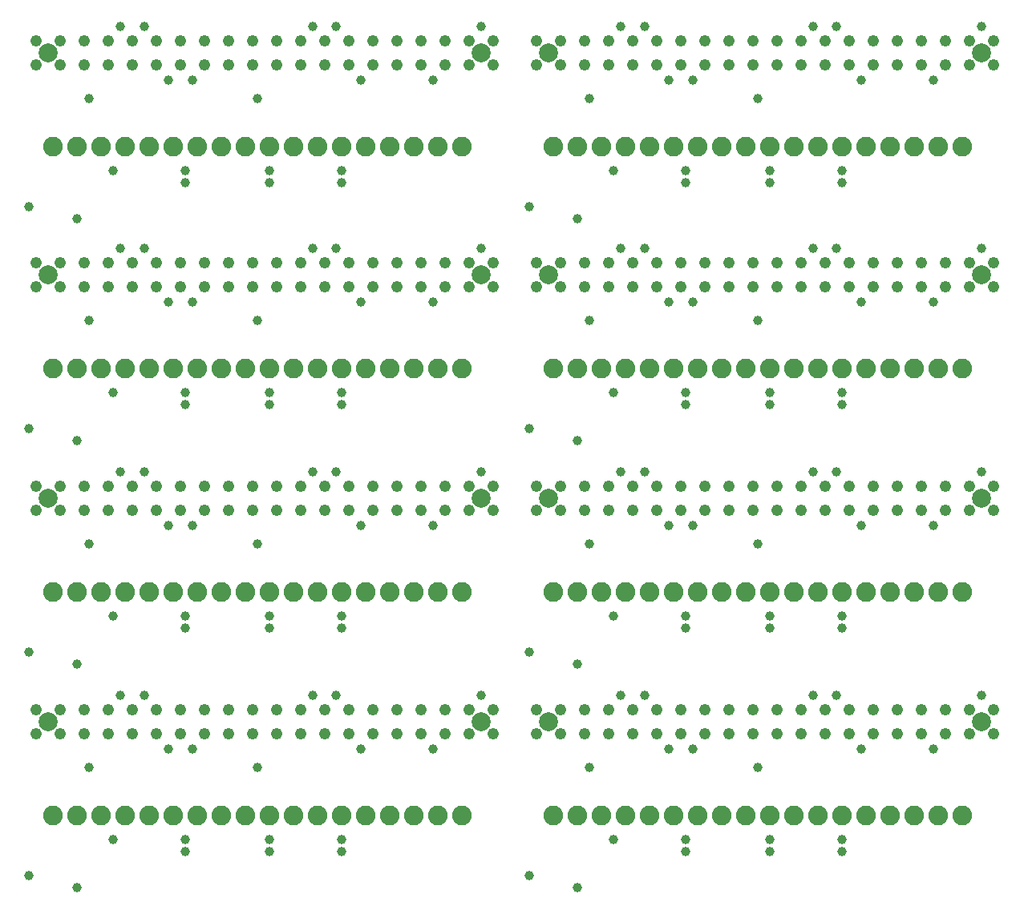
<source format=gbs>
G75*
%MOIN*%
%OFA0B0*%
%FSLAX25Y25*%
%IPPOS*%
%LPD*%
%AMOC8*
5,1,8,0,0,1.08239X$1,22.5*
%
%ADD10C,0.08200*%
%ADD11C,0.04816*%
%ADD12C,0.07887*%
%ADD13C,0.03900*%
D10*
X0118333Y0053333D03*
X0128333Y0053333D03*
X0138333Y0053333D03*
X0148333Y0053333D03*
X0158333Y0053333D03*
X0168333Y0053333D03*
X0178333Y0053333D03*
X0188333Y0053333D03*
X0198333Y0053333D03*
X0208333Y0053333D03*
X0218333Y0053333D03*
X0228333Y0053333D03*
X0238333Y0053333D03*
X0248333Y0053333D03*
X0258333Y0053333D03*
X0268333Y0053333D03*
X0278333Y0053333D03*
X0288333Y0053333D03*
X0326333Y0053333D03*
X0336333Y0053333D03*
X0346333Y0053333D03*
X0356333Y0053333D03*
X0366333Y0053333D03*
X0376333Y0053333D03*
X0386333Y0053333D03*
X0396333Y0053333D03*
X0406333Y0053333D03*
X0416333Y0053333D03*
X0426333Y0053333D03*
X0436333Y0053333D03*
X0446333Y0053333D03*
X0456333Y0053333D03*
X0466333Y0053333D03*
X0476333Y0053333D03*
X0486333Y0053333D03*
X0496333Y0053333D03*
X0496333Y0146333D03*
X0486333Y0146333D03*
X0476333Y0146333D03*
X0466333Y0146333D03*
X0456333Y0146333D03*
X0446333Y0146333D03*
X0436333Y0146333D03*
X0426333Y0146333D03*
X0416333Y0146333D03*
X0406333Y0146333D03*
X0396333Y0146333D03*
X0386333Y0146333D03*
X0376333Y0146333D03*
X0366333Y0146333D03*
X0356333Y0146333D03*
X0346333Y0146333D03*
X0336333Y0146333D03*
X0326333Y0146333D03*
X0288333Y0146333D03*
X0278333Y0146333D03*
X0268333Y0146333D03*
X0258333Y0146333D03*
X0248333Y0146333D03*
X0238333Y0146333D03*
X0228333Y0146333D03*
X0218333Y0146333D03*
X0208333Y0146333D03*
X0198333Y0146333D03*
X0188333Y0146333D03*
X0178333Y0146333D03*
X0168333Y0146333D03*
X0158333Y0146333D03*
X0148333Y0146333D03*
X0138333Y0146333D03*
X0128333Y0146333D03*
X0118333Y0146333D03*
X0118333Y0239333D03*
X0128333Y0239333D03*
X0138333Y0239333D03*
X0148333Y0239333D03*
X0158333Y0239333D03*
X0168333Y0239333D03*
X0178333Y0239333D03*
X0188333Y0239333D03*
X0198333Y0239333D03*
X0208333Y0239333D03*
X0218333Y0239333D03*
X0228333Y0239333D03*
X0238333Y0239333D03*
X0248333Y0239333D03*
X0258333Y0239333D03*
X0268333Y0239333D03*
X0278333Y0239333D03*
X0288333Y0239333D03*
X0326333Y0239333D03*
X0336333Y0239333D03*
X0346333Y0239333D03*
X0356333Y0239333D03*
X0366333Y0239333D03*
X0376333Y0239333D03*
X0386333Y0239333D03*
X0396333Y0239333D03*
X0406333Y0239333D03*
X0416333Y0239333D03*
X0426333Y0239333D03*
X0436333Y0239333D03*
X0446333Y0239333D03*
X0456333Y0239333D03*
X0466333Y0239333D03*
X0476333Y0239333D03*
X0486333Y0239333D03*
X0496333Y0239333D03*
X0496333Y0331680D03*
X0486333Y0331680D03*
X0476333Y0331680D03*
X0466333Y0331680D03*
X0456333Y0331680D03*
X0446333Y0331680D03*
X0436333Y0331680D03*
X0426333Y0331680D03*
X0416333Y0331680D03*
X0406333Y0331680D03*
X0396333Y0331680D03*
X0386333Y0331680D03*
X0376333Y0331680D03*
X0366333Y0331680D03*
X0356333Y0331680D03*
X0346333Y0331680D03*
X0336333Y0331680D03*
X0326333Y0331680D03*
X0288333Y0331680D03*
X0278333Y0331680D03*
X0268333Y0331680D03*
X0258333Y0331680D03*
X0248333Y0331680D03*
X0238333Y0331680D03*
X0228333Y0331680D03*
X0218333Y0331680D03*
X0208333Y0331680D03*
X0198333Y0331680D03*
X0188333Y0331680D03*
X0178333Y0331680D03*
X0168333Y0331680D03*
X0158333Y0331680D03*
X0148333Y0331680D03*
X0138333Y0331680D03*
X0128333Y0331680D03*
X0118333Y0331680D03*
D11*
X0121286Y0365577D03*
X0121286Y0375577D03*
X0111286Y0375577D03*
X0111286Y0365577D03*
X0131286Y0365577D03*
X0141286Y0365577D03*
X0141286Y0375577D03*
X0131286Y0375577D03*
X0151286Y0375577D03*
X0151286Y0365577D03*
X0161286Y0365577D03*
X0161286Y0375577D03*
X0171286Y0375577D03*
X0171286Y0365577D03*
X0181286Y0365577D03*
X0191286Y0365577D03*
X0191286Y0375577D03*
X0181286Y0375577D03*
X0201286Y0375577D03*
X0201286Y0365577D03*
X0211286Y0365577D03*
X0211286Y0375577D03*
X0221286Y0375577D03*
X0221286Y0365577D03*
X0231286Y0365577D03*
X0241286Y0365577D03*
X0241286Y0375577D03*
X0231286Y0375577D03*
X0251286Y0375577D03*
X0251286Y0365577D03*
X0261286Y0365577D03*
X0261286Y0375577D03*
X0271286Y0375577D03*
X0271286Y0365577D03*
X0281286Y0365577D03*
X0291286Y0365577D03*
X0291286Y0375577D03*
X0281286Y0375577D03*
X0301286Y0375577D03*
X0301286Y0365577D03*
X0319286Y0365577D03*
X0329286Y0365577D03*
X0329286Y0375577D03*
X0319286Y0375577D03*
X0339286Y0375577D03*
X0339286Y0365577D03*
X0349286Y0365577D03*
X0349286Y0375577D03*
X0359286Y0375577D03*
X0359286Y0365577D03*
X0369286Y0365577D03*
X0379286Y0365577D03*
X0379286Y0375577D03*
X0369286Y0375577D03*
X0389286Y0375577D03*
X0389286Y0365577D03*
X0399286Y0365577D03*
X0399286Y0375577D03*
X0409286Y0375577D03*
X0409286Y0365577D03*
X0419286Y0365577D03*
X0429286Y0365577D03*
X0429286Y0375577D03*
X0419286Y0375577D03*
X0439286Y0375577D03*
X0439286Y0365577D03*
X0449286Y0365577D03*
X0459286Y0365577D03*
X0459286Y0375577D03*
X0449286Y0375577D03*
X0469286Y0375577D03*
X0469286Y0365577D03*
X0479286Y0365577D03*
X0479286Y0375577D03*
X0489286Y0375577D03*
X0489286Y0365577D03*
X0499286Y0365577D03*
X0509286Y0365577D03*
X0509286Y0375577D03*
X0499286Y0375577D03*
X0499286Y0283231D03*
X0509286Y0283231D03*
X0509286Y0273231D03*
X0499286Y0273231D03*
X0489286Y0273231D03*
X0479286Y0273231D03*
X0469286Y0273231D03*
X0459286Y0273231D03*
X0449286Y0273231D03*
X0439286Y0273231D03*
X0429286Y0273231D03*
X0419286Y0273231D03*
X0409286Y0273231D03*
X0399286Y0273231D03*
X0389286Y0273231D03*
X0379286Y0273231D03*
X0369286Y0273231D03*
X0359286Y0273231D03*
X0349286Y0273231D03*
X0339286Y0273231D03*
X0329286Y0273231D03*
X0319286Y0273231D03*
X0319286Y0283231D03*
X0329286Y0283231D03*
X0339286Y0283231D03*
X0349286Y0283231D03*
X0359286Y0283231D03*
X0369286Y0283231D03*
X0379286Y0283231D03*
X0389286Y0283231D03*
X0399286Y0283231D03*
X0409286Y0283231D03*
X0419286Y0283231D03*
X0429286Y0283231D03*
X0439286Y0283231D03*
X0449286Y0283231D03*
X0459286Y0283231D03*
X0469286Y0283231D03*
X0479286Y0283231D03*
X0489286Y0283231D03*
X0489286Y0190231D03*
X0479286Y0190231D03*
X0469286Y0190231D03*
X0459286Y0190231D03*
X0449286Y0190231D03*
X0439286Y0190231D03*
X0429286Y0190231D03*
X0419286Y0190231D03*
X0409286Y0190231D03*
X0399286Y0190231D03*
X0389286Y0190231D03*
X0379286Y0190231D03*
X0369286Y0190231D03*
X0359286Y0190231D03*
X0349286Y0190231D03*
X0339286Y0190231D03*
X0329286Y0190231D03*
X0319286Y0190231D03*
X0319286Y0180231D03*
X0329286Y0180231D03*
X0339286Y0180231D03*
X0349286Y0180231D03*
X0359286Y0180231D03*
X0369286Y0180231D03*
X0379286Y0180231D03*
X0389286Y0180231D03*
X0399286Y0180231D03*
X0409286Y0180231D03*
X0419286Y0180231D03*
X0429286Y0180231D03*
X0439286Y0180231D03*
X0449286Y0180231D03*
X0459286Y0180231D03*
X0469286Y0180231D03*
X0479286Y0180231D03*
X0489286Y0180231D03*
X0499286Y0180231D03*
X0509286Y0180231D03*
X0509286Y0190231D03*
X0499286Y0190231D03*
X0499286Y0097231D03*
X0509286Y0097231D03*
X0509286Y0087231D03*
X0499286Y0087231D03*
X0489286Y0087231D03*
X0479286Y0087231D03*
X0469286Y0087231D03*
X0459286Y0087231D03*
X0449286Y0087231D03*
X0439286Y0087231D03*
X0429286Y0087231D03*
X0419286Y0087231D03*
X0409286Y0087231D03*
X0399286Y0087231D03*
X0389286Y0087231D03*
X0379286Y0087231D03*
X0369286Y0087231D03*
X0359286Y0087231D03*
X0349286Y0087231D03*
X0339286Y0087231D03*
X0329286Y0087231D03*
X0319286Y0087231D03*
X0319286Y0097231D03*
X0329286Y0097231D03*
X0339286Y0097231D03*
X0349286Y0097231D03*
X0359286Y0097231D03*
X0369286Y0097231D03*
X0379286Y0097231D03*
X0389286Y0097231D03*
X0399286Y0097231D03*
X0409286Y0097231D03*
X0419286Y0097231D03*
X0429286Y0097231D03*
X0439286Y0097231D03*
X0449286Y0097231D03*
X0459286Y0097231D03*
X0469286Y0097231D03*
X0479286Y0097231D03*
X0489286Y0097231D03*
X0301286Y0097231D03*
X0291286Y0097231D03*
X0281286Y0097231D03*
X0271286Y0097231D03*
X0261286Y0097231D03*
X0251286Y0097231D03*
X0241286Y0097231D03*
X0231286Y0097231D03*
X0221286Y0097231D03*
X0211286Y0097231D03*
X0201286Y0097231D03*
X0191286Y0097231D03*
X0181286Y0097231D03*
X0171286Y0097231D03*
X0161286Y0097231D03*
X0151286Y0097231D03*
X0141286Y0097231D03*
X0131286Y0097231D03*
X0121286Y0097231D03*
X0111286Y0097231D03*
X0111286Y0087231D03*
X0121286Y0087231D03*
X0131286Y0087231D03*
X0141286Y0087231D03*
X0151286Y0087231D03*
X0161286Y0087231D03*
X0171286Y0087231D03*
X0181286Y0087231D03*
X0191286Y0087231D03*
X0201286Y0087231D03*
X0211286Y0087231D03*
X0221286Y0087231D03*
X0231286Y0087231D03*
X0241286Y0087231D03*
X0251286Y0087231D03*
X0261286Y0087231D03*
X0271286Y0087231D03*
X0281286Y0087231D03*
X0291286Y0087231D03*
X0301286Y0087231D03*
X0301286Y0180231D03*
X0291286Y0180231D03*
X0281286Y0180231D03*
X0271286Y0180231D03*
X0261286Y0180231D03*
X0251286Y0180231D03*
X0241286Y0180231D03*
X0231286Y0180231D03*
X0221286Y0180231D03*
X0211286Y0180231D03*
X0201286Y0180231D03*
X0191286Y0180231D03*
X0181286Y0180231D03*
X0171286Y0180231D03*
X0161286Y0180231D03*
X0151286Y0180231D03*
X0141286Y0180231D03*
X0131286Y0180231D03*
X0121286Y0180231D03*
X0111286Y0180231D03*
X0111286Y0190231D03*
X0121286Y0190231D03*
X0131286Y0190231D03*
X0141286Y0190231D03*
X0151286Y0190231D03*
X0161286Y0190231D03*
X0171286Y0190231D03*
X0181286Y0190231D03*
X0191286Y0190231D03*
X0201286Y0190231D03*
X0211286Y0190231D03*
X0221286Y0190231D03*
X0231286Y0190231D03*
X0241286Y0190231D03*
X0251286Y0190231D03*
X0261286Y0190231D03*
X0271286Y0190231D03*
X0281286Y0190231D03*
X0291286Y0190231D03*
X0301286Y0190231D03*
X0301286Y0273231D03*
X0291286Y0273231D03*
X0281286Y0273231D03*
X0271286Y0273231D03*
X0261286Y0273231D03*
X0251286Y0273231D03*
X0241286Y0273231D03*
X0231286Y0273231D03*
X0221286Y0273231D03*
X0211286Y0273231D03*
X0201286Y0273231D03*
X0191286Y0273231D03*
X0181286Y0273231D03*
X0171286Y0273231D03*
X0161286Y0273231D03*
X0151286Y0273231D03*
X0141286Y0273231D03*
X0131286Y0273231D03*
X0121286Y0273231D03*
X0111286Y0273231D03*
X0111286Y0283231D03*
X0121286Y0283231D03*
X0131286Y0283231D03*
X0141286Y0283231D03*
X0151286Y0283231D03*
X0161286Y0283231D03*
X0171286Y0283231D03*
X0181286Y0283231D03*
X0191286Y0283231D03*
X0201286Y0283231D03*
X0211286Y0283231D03*
X0221286Y0283231D03*
X0231286Y0283231D03*
X0241286Y0283231D03*
X0251286Y0283231D03*
X0261286Y0283231D03*
X0271286Y0283231D03*
X0281286Y0283231D03*
X0291286Y0283231D03*
X0301286Y0283231D03*
D12*
X0296286Y0278231D03*
X0324286Y0278231D03*
X0324286Y0370577D03*
X0296286Y0370577D03*
X0116286Y0370577D03*
X0116286Y0278231D03*
X0116286Y0185231D03*
X0116286Y0092231D03*
X0296286Y0092231D03*
X0324286Y0092231D03*
X0324286Y0185231D03*
X0296286Y0185231D03*
X0504286Y0185231D03*
X0504286Y0278231D03*
X0504286Y0370577D03*
X0504286Y0092231D03*
D13*
X0108333Y0028333D03*
X0128333Y0023333D03*
X0143333Y0043333D03*
X0173333Y0043333D03*
X0173333Y0038333D03*
X0208333Y0038333D03*
X0208333Y0043333D03*
X0238333Y0043333D03*
X0238333Y0038333D03*
X0203333Y0073333D03*
X0176333Y0080833D03*
X0166333Y0080833D03*
X0156333Y0103333D03*
X0146333Y0103333D03*
X0128333Y0116333D03*
X0108333Y0121333D03*
X0143333Y0136333D03*
X0173333Y0136333D03*
X0173333Y0131333D03*
X0208333Y0131333D03*
X0208333Y0136333D03*
X0238333Y0136333D03*
X0238333Y0131333D03*
X0235833Y0103333D03*
X0226333Y0103333D03*
X0246333Y0080833D03*
X0276333Y0080833D03*
X0296333Y0103333D03*
X0316333Y0121333D03*
X0336333Y0116333D03*
X0354333Y0103333D03*
X0364333Y0103333D03*
X0374333Y0080833D03*
X0384333Y0080833D03*
X0411333Y0073333D03*
X0416333Y0043333D03*
X0416333Y0038333D03*
X0446333Y0038333D03*
X0446333Y0043333D03*
X0454333Y0080833D03*
X0443833Y0103333D03*
X0434333Y0103333D03*
X0446333Y0131333D03*
X0446333Y0136333D03*
X0416333Y0136333D03*
X0416333Y0131333D03*
X0381333Y0131333D03*
X0381333Y0136333D03*
X0351333Y0136333D03*
X0341333Y0166333D03*
X0354333Y0196333D03*
X0364333Y0196333D03*
X0374333Y0173833D03*
X0384333Y0173833D03*
X0411333Y0166333D03*
X0434333Y0196333D03*
X0443833Y0196333D03*
X0454333Y0173833D03*
X0484333Y0173833D03*
X0504333Y0196333D03*
X0446333Y0224333D03*
X0446333Y0229333D03*
X0416333Y0229333D03*
X0416333Y0224333D03*
X0381333Y0224333D03*
X0381333Y0229333D03*
X0351333Y0229333D03*
X0336333Y0209333D03*
X0316333Y0214333D03*
X0296333Y0196333D03*
X0276333Y0173833D03*
X0246333Y0173833D03*
X0235833Y0196333D03*
X0226333Y0196333D03*
X0238333Y0224333D03*
X0238333Y0229333D03*
X0208333Y0229333D03*
X0208333Y0224333D03*
X0173333Y0224333D03*
X0173333Y0229333D03*
X0143333Y0229333D03*
X0128333Y0209333D03*
X0108333Y0214333D03*
X0146333Y0196333D03*
X0156333Y0196333D03*
X0166333Y0173833D03*
X0176333Y0173833D03*
X0203333Y0166333D03*
X0133333Y0166333D03*
X0133333Y0073333D03*
X0316333Y0028333D03*
X0336333Y0023333D03*
X0351333Y0043333D03*
X0381333Y0043333D03*
X0381333Y0038333D03*
X0341333Y0073333D03*
X0484333Y0080833D03*
X0504333Y0103333D03*
X0411333Y0259333D03*
X0384333Y0266833D03*
X0374333Y0266833D03*
X0364333Y0289333D03*
X0354333Y0289333D03*
X0336333Y0301680D03*
X0316333Y0306680D03*
X0296333Y0289333D03*
X0276333Y0266833D03*
X0246333Y0266833D03*
X0235833Y0289333D03*
X0226333Y0289333D03*
X0238333Y0316680D03*
X0238333Y0321680D03*
X0208333Y0321680D03*
X0208333Y0316680D03*
X0173333Y0316680D03*
X0173333Y0321680D03*
X0143333Y0321680D03*
X0128333Y0301680D03*
X0108333Y0306680D03*
X0146333Y0289333D03*
X0156333Y0289333D03*
X0166333Y0266833D03*
X0176333Y0266833D03*
X0203333Y0259333D03*
X0133333Y0259333D03*
X0133333Y0351680D03*
X0146333Y0381680D03*
X0156333Y0381680D03*
X0166333Y0359180D03*
X0176333Y0359180D03*
X0203333Y0351680D03*
X0226333Y0381680D03*
X0235833Y0381680D03*
X0246333Y0359180D03*
X0276333Y0359180D03*
X0296333Y0381680D03*
X0341333Y0351680D03*
X0351333Y0321680D03*
X0381333Y0321680D03*
X0381333Y0316680D03*
X0416333Y0316680D03*
X0416333Y0321680D03*
X0446333Y0321680D03*
X0446333Y0316680D03*
X0443833Y0289333D03*
X0434333Y0289333D03*
X0454333Y0266833D03*
X0484333Y0266833D03*
X0504333Y0289333D03*
X0484333Y0359180D03*
X0504333Y0381680D03*
X0454333Y0359180D03*
X0443833Y0381680D03*
X0434333Y0381680D03*
X0411333Y0351680D03*
X0384333Y0359180D03*
X0374333Y0359180D03*
X0364333Y0381680D03*
X0354333Y0381680D03*
X0341333Y0259333D03*
M02*

</source>
